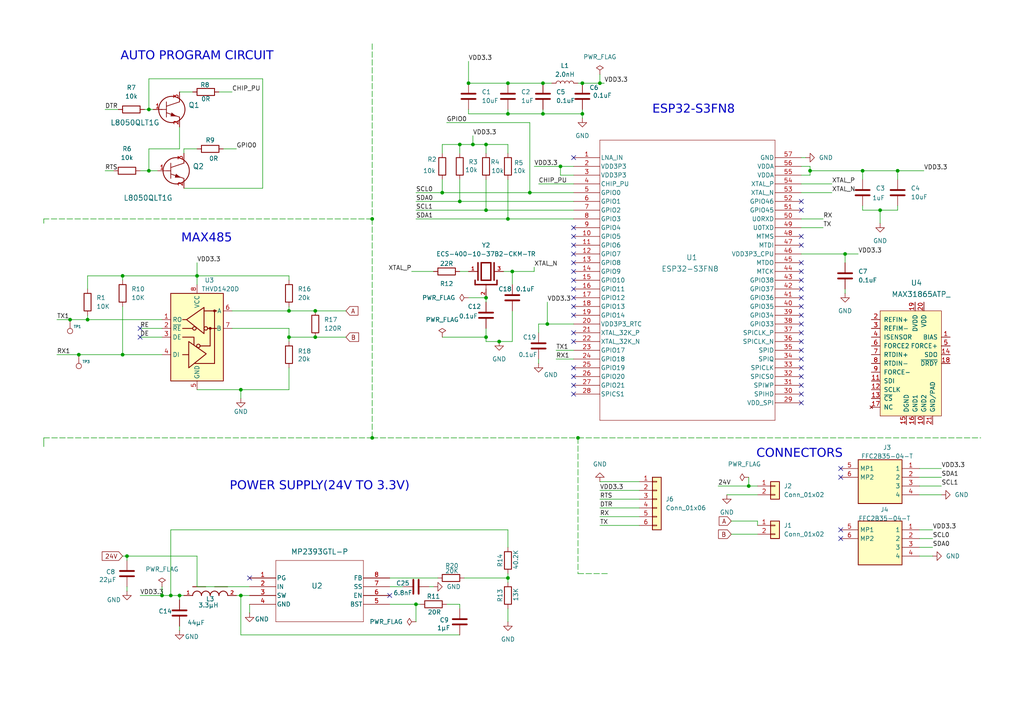
<source format=kicad_sch>
(kicad_sch (version 20231120) (generator "eeschema") (generator_version "8.0")
  (paper "A4")
  (lib_symbols
    (symbol "2 PIN SOLDERING PAD:Conn_01x06" (pin_names (offset 1.016) hide)
      (property "Reference" "J" (at 0 7.62 0))
      (property "Value" "Conn_01x06" (at 0 -10.16 0))
      (symbol "Conn_01x06_1_1"
        (pin passive line (at -5.08 5.08 0) (length 3.81) (name "Pin_1") (number "1"))
        (pin passive line (at -5.08 2.54 0) (length 3.81) (name "Pin_2") (number "2"))
        (pin passive line (at -5.08 0 0) (length 3.81) (name "Pin_3") (number "3"))
        (pin passive line (at -5.08 -2.54 0) (length 3.81) (name "Pin_4") (number "4"))
        (pin passive line (at -5.08 -5.08 0) (length 3.81) (name "Pin_5") (number "5"))
        (pin passive line (at -5.08 -7.62 0) (length 3.81) (name "Pin_6") (number "6"))
      )
    )
    (symbol "Connector:TestPoint" (pin_numbers hide) (pin_names (offset 0.762) hide)
      (property "Reference" "TP" (at 0 6.858 0))
      (property "Value" "TestPoint" (at 0 5.08 0))
      (symbol "TestPoint_1_1"
        (pin passive line (at 0 0 90) (length 2.54) (name "1") (number "1"))
      )
    )
    (symbol "Connector_Generic:Conn_01x02" (pin_names (offset 1.016) hide)
      (property "Reference" "J" (at 0 2.54 0))
      (property "Value" "Conn_01x02" (at 0 -5.08 0))
      (symbol "Conn_01x02_1_1"
        (pin passive line (at -5.08 0 0) (length 3.81) (name "Pin_1") (number "1"))
        (pin passive line (at -5.08 -2.54 0) (length 3.81) (name "Pin_2") (number "2"))
      )
    )
    (symbol "Device:C" (pin_numbers hide) (pin_names (offset 0.254))
      (property "Reference" "C" (at 0.635 2.54 0))
      (property "Value" "C" (at 0.635 -2.54 0))
      (symbol "C_1_1"
        (pin passive line (at 0 3.81 270) (length 2.794) (name "~") (number "1"))
        (pin passive line (at 0 -3.81 90) (length 2.794) (name "~") (number "2"))
      )
    )
    (symbol "Device:L" (pin_numbers hide) (pin_names (offset 1.016) hide)
      (property "Reference" "L" (at -1.27 0 90))
      (property "Value" "L" (at 1.905 0 90))
      (symbol "L_1_1"
        (pin passive line (at 0 3.81 270) (length 1.27) (name "1") (number "1"))
        (pin passive line (at 0 -3.81 90) (length 1.27) (name "2") (number "2"))
      )
    )
    (symbol "Device:R" (pin_numbers hide) (pin_names (offset 0))
      (property "Reference" "R" (at 2.032 0 90))
      (property "Value" "R" (at 0 0 90))
      (symbol "R_1_1"
        (pin passive line (at 0 3.81 270) (length 1.27) (name "~") (number "1"))
        (pin passive line (at 0 -3.81 90) (length 1.27) (name "~") (number "2"))
      )
    )
    (symbol "ECS-400-10-37B2-CKM-TR:ECS-400-10-37B2-CKM-TR" (pin_names (offset 1.016))
      (property "Reference" "Y" (at -5.0878 6.3559 0))
      (property "Value" "ECS-400-10-37B2-CKM-TR" (at -5.0944 3.7956 0))
      (symbol "ECS-400-10-37B2-CKM-TR_0_0"
        (pin passive line (at -5.08 0 0) (length 2.54) (name "~") (number "1"))
        (pin power_in line (at 0 -7.62 90) (length 2.54) (name "~") (number "2"))
        (pin passive line (at 5.08 0 180) (length 2.54) (name "~") (number "3"))
      )
    )
    (symbol "ESP32-S3FN8:ESP32-S3FN8" (pin_names (offset 0.254))
      (property "Reference" "U" (at 33.02 10.16 0))
      (property "Value" "ESP32-S3FN8" (at 33.02 7.62 0))
      (symbol "ESP32-S3FN8_0_1"
        (pin bidirectional line (at 0 0 0) (length 7.62) (name "LNA_IN") (number "1"))
        (pin bidirectional line (at 0 -22.86 0) (length 7.62) (name "GPIO5") (number "10"))
        (pin bidirectional line (at 0 -25.4 0) (length 7.62) (name "GPIO6") (number "11"))
        (pin bidirectional line (at 0 -27.94 0) (length 7.62) (name "GPIO7") (number "12"))
        (pin bidirectional line (at 0 -30.48 0) (length 7.62) (name "GPIO8") (number "13"))
        (pin bidirectional line (at 0 -33.02 0) (length 7.62) (name "GPIO9") (number "14"))
        (pin bidirectional line (at 0 -35.56 0) (length 7.62) (name "GPIO10") (number "15"))
        (pin bidirectional line (at 0 -38.1 0) (length 7.62) (name "GPIO11") (number "16"))
        (pin bidirectional line (at 0 -40.64 0) (length 7.62) (name "GPIO12") (number "17"))
        (pin bidirectional line (at 0 -43.18 0) (length 7.62) (name "GPIO13") (number "18"))
        (pin bidirectional line (at 0 -45.72 0) (length 7.62) (name "GPIO14") (number "19"))
        (pin power_in line (at 0 -2.54 0) (length 7.62) (name "VDD3P3") (number "2"))
        (pin power_in line (at 0 -48.26 0) (length 7.62) (name "VDD3P3_RTC") (number "20"))
        (pin bidirectional line (at 0 -50.8 0) (length 7.62) (name "XTAL_32K_P") (number "21"))
        (pin bidirectional line (at 0 -53.34 0) (length 7.62) (name "XTAL_32K_N") (number "22"))
        (pin bidirectional line (at 0 -55.88 0) (length 7.62) (name "GPIO17") (number "23"))
        (pin bidirectional line (at 0 -58.42 0) (length 7.62) (name "GPIO18") (number "24"))
        (pin bidirectional line (at 0 -60.96 0) (length 7.62) (name "GPIO19") (number "25"))
        (pin bidirectional line (at 0 -63.5 0) (length 7.62) (name "GPIO20") (number "26"))
        (pin bidirectional line (at 0 -66.04 0) (length 7.62) (name "GPIO21") (number "27"))
        (pin bidirectional line (at 0 -68.58 0) (length 7.62) (name "SPICS1") (number "28"))
        (pin power_in line (at 66.04 -71.12 180) (length 7.62) (name "VDD_SPI") (number "29"))
        (pin power_in line (at 0 -5.08 0) (length 7.62) (name "VDD3P3") (number "3"))
        (pin bidirectional line (at 66.04 -68.58 180) (length 7.62) (name "SPIHD") (number "30"))
        (pin bidirectional line (at 66.04 -66.04 180) (length 7.62) (name "SPIWP") (number "31"))
        (pin bidirectional line (at 66.04 -63.5 180) (length 7.62) (name "SPICS0") (number "32"))
        (pin bidirectional line (at 66.04 -60.96 180) (length 7.62) (name "SPICLK") (number "33"))
        (pin bidirectional line (at 66.04 -58.42 180) (length 7.62) (name "SPIQ") (number "34"))
        (pin bidirectional line (at 66.04 -55.88 180) (length 7.62) (name "SPID") (number "35"))
        (pin bidirectional line (at 66.04 -53.34 180) (length 7.62) (name "SPICLK_N") (number "36"))
        (pin bidirectional line (at 66.04 -50.8 180) (length 7.62) (name "SPICLK_P") (number "37"))
        (pin bidirectional line (at 66.04 -48.26 180) (length 7.62) (name "GPIO33") (number "38"))
        (pin bidirectional line (at 66.04 -45.72 180) (length 7.62) (name "GPIO34") (number "39"))
        (pin input line (at 0 -7.62 0) (length 7.62) (name "CHIP_PU") (number "4"))
        (pin bidirectional line (at 66.04 -43.18 180) (length 7.62) (name "GPIO35") (number "40"))
        (pin bidirectional line (at 66.04 -40.64 180) (length 7.62) (name "GPIO36") (number "41"))
        (pin bidirectional line (at 66.04 -38.1 180) (length 7.62) (name "GPIO37") (number "42"))
        (pin bidirectional line (at 66.04 -35.56 180) (length 7.62) (name "GPIO38") (number "43"))
        (pin bidirectional line (at 66.04 -33.02 180) (length 7.62) (name "MTCK") (number "44"))
        (pin bidirectional line (at 66.04 -30.48 180) (length 7.62) (name "MTDO") (number "45"))
        (pin power_in line (at 66.04 -27.94 180) (length 7.62) (name "VDD3P3_CPU") (number "46"))
        (pin bidirectional line (at 66.04 -25.4 180) (length 7.62) (name "MTDI") (number "47"))
        (pin bidirectional line (at 66.04 -22.86 180) (length 7.62) (name "MTMS") (number "48"))
        (pin bidirectional line (at 66.04 -20.32 180) (length 7.62) (name "U0TXD") (number "49"))
        (pin bidirectional line (at 0 -10.16 0) (length 7.62) (name "GPIO0") (number "5"))
        (pin bidirectional line (at 66.04 -17.78 180) (length 7.62) (name "U0RXD") (number "50"))
        (pin bidirectional line (at 66.04 -15.24 180) (length 7.62) (name "GPIO45") (number "51"))
        (pin bidirectional line (at 66.04 -12.7 180) (length 7.62) (name "GPIO46") (number "52"))
        (pin output line (at 66.04 -10.16 180) (length 7.62) (name "XTAL_N") (number "53"))
        (pin input line (at 66.04 -7.62 180) (length 7.62) (name "XTAL_P") (number "54"))
        (pin power_in line (at 66.04 -5.08 180) (length 7.62) (name "VDDA") (number "55"))
        (pin power_in line (at 66.04 -2.54 180) (length 7.62) (name "VDDA") (number "56"))
        (pin power_out line (at 66.04 0 180) (length 7.62) (name "GND") (number "57"))
        (pin bidirectional line (at 0 -12.7 0) (length 7.62) (name "GPIO1") (number "6"))
        (pin bidirectional line (at 0 -15.24 0) (length 7.62) (name "GPIO2") (number "7"))
        (pin bidirectional line (at 0 -17.78 0) (length 7.62) (name "GPIO3") (number "8"))
        (pin bidirectional line (at 0 -20.32 0) (length 7.62) (name "GPIO4") (number "9"))
      )
    )
    (symbol "FFC2B35-04-T:FFC2B35-04-T"
      (property "Reference" "J" (at 19.05 7.62 0))
      (property "Value" "FFC2B35-04-T" (at 19.05 5.08 0))
      (symbol "FFC2B35-04-T_1_1"
        (pin passive line (at 22.86 0 180) (length 5.08) (name "1") (number "1"))
        (pin passive line (at 22.86 -2.54 180) (length 5.08) (name "2") (number "2"))
        (pin passive line (at 22.86 -5.08 180) (length 5.08) (name "3") (number "3"))
        (pin passive line (at 22.86 -7.62 180) (length 5.08) (name "4") (number "4"))
        (pin passive line (at 0 0 0) (length 5.08) (name "MP1") (number "5"))
        (pin passive line (at 0 -2.54 0) (length 5.08) (name "MP2") (number "6"))
      )
    )
    (symbol "Interface_UART:THVD1420D"
      (property "Reference" "U" (at -6.096 11.43 0))
      (property "Value" "THVD1420D" (at 0.762 11.43 0))
      (symbol "THVD1420D_1_1"
        (pin output line (at -10.16 5.08 0) (length 2.54) (name "RO") (number "1"))
        (pin input line (at -10.16 2.54 0) (length 2.54) (name "~{RE}") (number "2"))
        (pin input line (at -10.16 0 0) (length 2.54) (name "DE") (number "3"))
        (pin input line (at -10.16 -5.08 0) (length 2.54) (name "DI") (number "4"))
        (pin power_in line (at 0 -15.24 90) (length 2.54) (name "GND") (number "5"))
        (pin bidirectional line (at 10.16 7.62 180) (length 2.54) (name "A") (number "6"))
        (pin bidirectional line (at 10.16 2.54 180) (length 2.54) (name "B") (number "7"))
        (pin power_in line (at 0 15.24 270) (length 2.54) (name "VCC") (number "8"))
      )
    )
    (symbol "L8050QLT1G:L8050QLT1G" (pin_names (offset 0.254))
      (property "Reference" "Q" (at 10.16 2.54 0))
      (property "Value" "L8050QLT1G" (at 10.16 -2.54 0))
      (symbol "L8050QLT1G_1_1"
        (pin input line (at 0 0 0) (length 2.54) (name "") (number "1"))
        (pin bidirectional line (at 7.62 -5.08 90) (length 2.54) (name "") (number "2"))
        (pin output line (at 7.62 5.08 270) (length 2.54) (name "") (number "3"))
      )
    )
    (symbol "MP2393:MP2393GTL-P" (pin_names (offset 0.254))
      (property "Reference" "U" (at 20.32 10.16 0))
      (property "Value" "MP2393GTL-P" (at 20.32 7.62 0))
      (symbol "MP2393GTL-P_0_1"
        (pin output line (at 0 0 0) (length 7.62) (name "PG") (number "1"))
        (pin power_in line (at 0 -2.54 0) (length 7.62) (name "IN") (number "2"))
        (pin output line (at 0 -5.08 0) (length 7.62) (name "SW") (number "3"))
        (pin power_in line (at 0 -7.62 0) (length 7.62) (name "GND") (number "4"))
        (pin power_in line (at 40.64 -7.62 180) (length 7.62) (name "BST") (number "5"))
        (pin unspecified line (at 40.64 -5.08 180) (length 7.62) (name "EN") (number "6"))
        (pin unspecified line (at 40.64 -2.54 180) (length 7.62) (name "SS") (number "7"))
        (pin unspecified line (at 40.64 0 180) (length 7.62) (name "FB") (number "8"))
      )
    )
    (symbol "WE-HCI_7050:WE-HCI_7050" (pin_names (offset 1.016))
      (property "Reference" "L" (at -0.06 3.81 0))
      (property "Value" "WE-HCI_7050" (at -2.7 -2.8 0))
      (symbol "WE-HCI_7050_0_0"
        (pin passive line (at -7.62 0 0) (length 2.54) (name "~") (number "1"))
        (pin passive line (at 7.62 0 180) (length 2.54) (name "~") (number "2"))
      )
    )
    (symbol "dk_PMIC-Thermal-Management:MAX31865ATP_" (pin_names (offset 1.016))
      (property "Reference" "U" (at -7.62 6.35 0))
      (property "Value" "MAX31865ATP_" (at 10.16 5.08 0))
      (symbol "MAX31865ATP__1_1"
        (pin output line (at 10.16 -2.54 180) (length 2.54) (name "BIAS") (number "1"))
        (pin power_in line (at 2.54 -27.94 90) (length 2.54) (name "GND2") (number "10"))
        (pin input line (at -12.7 -15.24 0) (length 2.54) (name "SDI") (number "11"))
        (pin input line (at -12.7 -17.78 0) (length 2.54) (name "SCLK") (number "12"))
        (pin input line (at -12.7 -20.32 0) (length 2.54) (name "~{CS}") (number "13"))
        (pin output line (at 10.16 -7.62 180) (length 2.54) (name "SDO") (number "14"))
        (pin power_in line (at -2.54 -27.94 90) (length 2.54) (name "DGND") (number "15"))
        (pin power_in line (at 0 -27.94 90) (length 2.54) (name "GND1") (number "16"))
        (pin no_connect line (at -12.7 -22.86 0) (length 2.54) (name "NC") (number "17"))
        (pin output line (at 10.16 -10.16 180) (length 2.54) (name "~{DRDY}") (number "18"))
        (pin power_in line (at 0 7.62 270) (length 2.54) (name "DVDD") (number "19"))
        (pin input line (at -12.7 2.54 0) (length 2.54) (name "REFIN+") (number "2"))
        (pin power_in line (at 2.54 7.62 270) (length 2.54) (name "VDD") (number "20"))
        (pin power_in line (at 5.08 -27.94 90) (length 2.54) (name "GND/PAD") (number "21"))
        (pin input line (at -12.7 0 0) (length 2.54) (name "REFIM-") (number "3"))
        (pin input line (at -12.7 -2.54 0) (length 2.54) (name "ISENSOR") (number "4"))
        (pin output line (at 10.16 -5.08 180) (length 2.54) (name "FORCE+") (number "5"))
        (pin input line (at -12.7 -5.08 0) (length 2.54) (name "FORCE2") (number "6"))
        (pin input line (at -12.7 -7.62 0) (length 2.54) (name "RTDIN+") (number "7"))
        (pin input line (at -12.7 -10.16 0) (length 2.54) (name "RTDIN-") (number "8"))
        (pin input line (at -12.7 -12.7 0) (length 2.54) (name "FORCE-") (number "9"))
      )
    )
    (symbol "power:GND" (power) (pin_numbers hide) (pin_names (offset 0) hide)
      (property "Value" "GND" (at 0 -3.81 0))
      (symbol "GND_1_1"
        (pin power_in line (at 0 0 270) (length 0) (name "~") (number "1"))
      )
    )
    (symbol "power:PWR_FLAG" (power) (pin_numbers hide) (pin_names (offset 0) hide)
      (property "Value" "PWR_FLAG" (at 0 3.81 0))
      (symbol "PWR_FLAG_0_0"
        (pin power_out line (at 0 0 90) (length 0) (name "~") (number "1"))
      )
    )
  )
  (junction (at 52.07 172.72))
  (junction (at 107.95 127))
  (junction (at 20.32 92.71))
  (junction (at 217.17 140.97))
  (junction (at 35.56 80.01))
  (junction (at 69.85 113.03))
  (junction (at 250.19 49.53))
  (junction (at 144.78 99.06))
  (junction (at 140.97 97.79))
  (junction (at 43.18 49.53))
  (junction (at 91.44 90.17))
  (junction (at 245.11 73.66))
  (junction (at 140.97 41.91))
  (junction (at 147.32 33.02))
  (junction (at 57.15 80.01))
  (junction (at 140.97 86.36))
  (junction (at 128.27 55.88))
  (junction (at 35.56 102.87))
  (junction (at 147.32 63.5))
  (junction (at 83.82 90.17))
  (junction (at 173.99 24.13))
  (junction (at 46.99 172.72))
  (junction (at 162.56 48.26))
  (junction (at 157.48 33.02))
  (junction (at 255.27 60.96))
  (junction (at 168.91 33.02))
  (junction (at 260.35 49.53))
  (junction (at 140.97 60.96))
  (junction (at 135.89 24.13))
  (junction (at 148.59 78.74))
  (junction (at 153.67 55.88))
  (junction (at 234.95 49.53))
  (junction (at 133.35 58.42))
  (junction (at 133.35 41.91))
  (junction (at 83.82 97.79))
  (junction (at 22.86 102.87))
  (junction (at 137.16 41.91))
  (junction (at 43.18 31.75))
  (junction (at 168.91 24.13))
  (junction (at 157.48 24.13))
  (junction (at 167.64 127))
  (junction (at 25.4 92.71))
  (junction (at 147.32 167.64))
  (junction (at 49.53 172.72))
  (junction (at 158.75 93.98))
  (junction (at 69.85 172.72))
  (junction (at 147.32 24.13))
  (junction (at 120.65 175.26))
  (junction (at 107.95 63.5))
  (junction (at 91.44 97.79))
  (junction (at 36.83 161.29))
  (no_connect (at 166.37 88.9))
  (no_connect (at 232.41 104.14))
  (no_connect (at 166.37 99.06))
  (no_connect (at 166.37 68.58))
  (no_connect (at 166.37 114.3))
  (no_connect (at 232.41 101.6))
  (no_connect (at 232.41 109.22))
  (no_connect (at 232.41 106.68))
  (no_connect (at 40.64 95.25))
  (no_connect (at 232.41 60.96))
  (no_connect (at 166.37 45.72))
  (no_connect (at 166.37 109.22))
  (no_connect (at 232.41 81.28))
  (no_connect (at 166.37 71.12))
  (no_connect (at 166.37 73.66))
  (no_connect (at 243.84 138.43))
  (no_connect (at 232.41 99.06))
  (no_connect (at 232.41 58.42))
  (no_connect (at 232.41 88.9))
  (no_connect (at 243.84 153.67))
  (no_connect (at 232.41 78.74))
  (no_connect (at 40.64 97.79))
  (no_connect (at 113.03 172.72))
  (no_connect (at 166.37 96.52))
  (no_connect (at 232.41 114.3))
  (no_connect (at 166.37 66.04))
  (no_connect (at 232.41 93.98))
  (no_connect (at 166.37 86.36))
  (no_connect (at 232.41 116.84))
  (no_connect (at 166.37 91.44))
  (no_connect (at 232.41 91.44))
  (no_connect (at 243.84 135.89))
  (no_connect (at 166.37 111.76))
  (no_connect (at 166.37 76.2))
  (no_connect (at 232.41 68.58))
  (no_connect (at 232.41 76.2))
  (no_connect (at 166.37 83.82))
  (no_connect (at 232.41 83.82))
  (no_connect (at 166.37 78.74))
  (no_connect (at 166.37 106.68))
  (no_connect (at 232.41 71.12))
  (no_connect (at 72.39 167.64))
  (no_connect (at 232.41 111.76))
  (no_connect (at 232.41 96.52))
  (no_connect (at 232.41 86.36))
  (no_connect (at 243.84 156.21))
  (no_connect (at 166.37 81.28))
  (wire (pts (xy 16.51 102.87) (xy 22.86 102.87)))
  (wire (pts (xy 232.41 73.66) (xy 245.11 73.66)))
  (wire (pts (xy 30.48 31.75) (xy 34.29 31.75)))
  (wire (pts (xy 250.19 59.69) (xy 250.19 60.96)))
  (wire (pts (xy 147.32 52.07) (xy 147.32 63.5)))
  (wire (pts (xy 83.82 97.79) (xy 91.44 97.79)))
  (wire (pts (xy 133.35 52.07) (xy 133.35 58.42)))
  (wire (pts (xy 20.32 92.71) (xy 25.4 92.71)))
  (wire (pts (xy 167.64 24.13) (xy 168.91 24.13)))
  (wire (pts (xy 250.19 60.96) (xy 255.27 60.96)))
  (wire (pts (xy 232.41 45.72) (xy 233.68 45.72)))
  (wire (pts (xy 113.03 170.18) (xy 116.84 170.18)))
  (wire (pts (xy 147.32 31.75) (xy 147.32 33.02)))
  (wire (pts (xy 49.53 153.67) (xy 147.32 153.67)))
  (wire (pts (xy 146.05 78.74) (xy 148.59 78.74)))
  (wire (pts (xy 133.35 41.91) (xy 137.16 41.91)))
  (wire (pts (xy 36.83 170.18) (xy 36.83 171.45)))
  (wire (pts (xy 140.97 41.91) (xy 147.32 41.91)))
  (wire (pts (xy 245.11 83.82) (xy 245.11 85.09)))
  (wire (pts (xy 135.89 86.36) (xy 140.97 86.36)))
  (wire (pts (xy 107.95 63.5) (xy 107.95 127)) (stroke (width 0) (type dash)))
  (wire (pts (xy 83.82 113.03) (xy 69.85 113.03)))
  (wire (pts (xy 129.54 175.26) (xy 133.35 175.26)))
  (wire (pts (xy 266.7 156.21) (xy 270.51 156.21)))
  (wire (pts (xy 67.31 90.17) (xy 83.82 90.17)))
  (wire (pts (xy 120.65 63.5) (xy 147.32 63.5)))
  (wire (pts (xy 147.32 24.13) (xy 157.48 24.13)))
  (wire (pts (xy 129.54 35.56) (xy 153.67 35.56)))
  (wire (pts (xy 234.95 49.53) (xy 234.95 48.26)))
  (wire (pts (xy 140.97 52.07) (xy 140.97 60.96)))
  (wire (pts (xy 133.35 175.26) (xy 133.35 176.53)))
  (wire (pts (xy 128.27 44.45) (xy 128.27 41.91)))
  (wire (pts (xy 158.75 87.63) (xy 158.75 93.98)))
  (wire (pts (xy 67.31 95.25) (xy 83.82 95.25)))
  (wire (pts (xy 255.27 60.96) (xy 255.27 64.77)))
  (wire (pts (xy 167.64 166.37) (xy 176.53 166.37)) (stroke (width 0) (type dash)))
  (wire (pts (xy 52.07 26.67) (xy 55.88 26.67)))
  (wire (pts (xy 43.18 43.18) (xy 43.18 49.53)))
  (wire (pts (xy 69.85 172.72) (xy 72.39 172.72)))
  (wire (pts (xy 46.99 172.72) (xy 49.53 172.72)))
  (wire (pts (xy 35.56 161.29) (xy 36.83 161.29)))
  (wire (pts (xy 137.16 39.37) (xy 137.16 41.91)))
  (wire (pts (xy 168.91 34.29) (xy 168.91 33.02)))
  (wire (pts (xy 35.56 80.01) (xy 57.15 80.01)))
  (wire (pts (xy 40.64 172.72) (xy 46.99 172.72)))
  (wire (pts (xy 154.94 78.74) (xy 148.59 78.74)))
  (wire (pts (xy 68.58 172.72) (xy 69.85 172.72)))
  (wire (pts (xy 128.27 55.88) (xy 153.67 55.88)))
  (wire (pts (xy 120.65 55.88) (xy 128.27 55.88)))
  (wire (pts (xy 161.29 104.14) (xy 166.37 104.14)))
  (wire (pts (xy 83.82 80.01) (xy 57.15 80.01)))
  (wire (pts (xy 133.35 58.42) (xy 166.37 58.42)))
  (wire (pts (xy 232.41 63.5) (xy 238.76 63.5)))
  (wire (pts (xy 232.41 53.34) (xy 241.3 53.34)))
  (wire (pts (xy 266.7 153.67) (xy 270.51 153.67)))
  (wire (pts (xy 147.32 168.91) (xy 147.32 167.64)))
  (wire (pts (xy 43.18 49.53) (xy 45.72 49.53)))
  (wire (pts (xy 173.99 21.59) (xy 173.99 24.13)))
  (wire (pts (xy 36.83 162.56) (xy 36.83 161.29)))
  (wire (pts (xy 147.32 63.5) (xy 166.37 63.5)))
  (wire (pts (xy 72.39 177.8) (xy 72.39 175.26)))
  (wire (pts (xy 133.35 184.15) (xy 69.85 184.15)))
  (wire (pts (xy 53.34 43.18) (xy 53.34 44.45)))
  (wire (pts (xy 91.44 90.17) (xy 100.33 90.17)))
  (wire (pts (xy 128.27 52.07) (xy 128.27 55.88)))
  (wire (pts (xy 154.94 77.47) (xy 154.94 78.74)))
  (wire (pts (xy 43.18 22.86) (xy 43.18 31.75)))
  (wire (pts (xy 260.35 60.96) (xy 255.27 60.96)))
  (wire (pts (xy 135.89 31.75) (xy 135.89 33.02)))
  (wire (pts (xy 25.4 91.44) (xy 25.4 92.71)))
  (wire (pts (xy 52.07 172.72) (xy 53.34 172.72)))
  (wire (pts (xy 144.78 99.06) (xy 140.97 99.06)))
  (wire (pts (xy 156.21 104.14) (xy 156.21 105.41)))
  (wire (pts (xy 266.7 135.89) (xy 273.05 135.89)))
  (wire (pts (xy 83.82 97.79) (xy 83.82 95.25)))
  (wire (pts (xy 234.95 49.53) (xy 250.19 49.53)))
  (wire (pts (xy 76.2 54.61) (xy 76.2 22.86)))
  (wire (pts (xy 52.07 36.83) (xy 52.07 43.18)))
  (wire (pts (xy 140.97 60.96) (xy 166.37 60.96)))
  (wire (pts (xy 156.21 53.34) (xy 166.37 53.34)))
  (wire (pts (xy 135.89 24.13) (xy 147.32 24.13)))
  (wire (pts (xy 35.56 102.87) (xy 46.99 102.87)))
  (wire (pts (xy 173.99 147.32) (xy 185.42 147.32)))
  (wire (pts (xy 40.64 95.25) (xy 46.99 95.25)))
  (wire (pts (xy 135.89 17.78) (xy 135.89 24.13)))
  (wire (pts (xy 12.7 127) (xy 107.95 127)) (stroke (width 0) (type dash)))
  (wire (pts (xy 217.17 140.97) (xy 219.71 140.97)))
  (wire (pts (xy 208.28 140.97) (xy 217.17 140.97)))
  (wire (pts (xy 162.56 50.8) (xy 162.56 48.26)))
  (wire (pts (xy 120.65 175.26) (xy 120.65 180.34)))
  (wire (pts (xy 119.38 78.74) (xy 125.73 78.74)))
  (wire (pts (xy 35.56 88.9) (xy 35.56 102.87)))
  (wire (pts (xy 156.21 93.98) (xy 158.75 93.98)))
  (wire (pts (xy 67.31 26.67) (xy 63.5 26.67)))
  (wire (pts (xy 157.48 24.13) (xy 160.02 24.13)))
  (wire (pts (xy 120.65 175.26) (xy 121.92 175.26)))
  (wire (pts (xy 153.67 55.88) (xy 166.37 55.88)))
  (wire (pts (xy 134.62 167.64) (xy 147.32 167.64)))
  (wire (pts (xy 64.77 43.18) (xy 68.58 43.18)))
  (wire (pts (xy 210.82 143.51) (xy 219.71 143.51)))
  (wire (pts (xy 147.32 153.67) (xy 147.32 158.75)))
  (wire (pts (xy 250.19 49.53) (xy 260.35 49.53)))
  (wire (pts (xy 173.99 149.86) (xy 185.42 149.86)))
  (wire (pts (xy 157.48 31.75) (xy 157.48 33.02)))
  (wire (pts (xy 234.95 50.8) (xy 234.95 49.53)))
  (wire (pts (xy 212.09 154.94) (xy 219.71 154.94)))
  (wire (pts (xy 83.82 81.28) (xy 83.82 80.01)))
  (wire (pts (xy 212.09 151.13) (xy 219.71 151.13)))
  (wire (pts (xy 234.95 48.26) (xy 232.41 48.26)))
  (wire (pts (xy 245.11 73.66) (xy 248.92 73.66)))
  (wire (pts (xy 12.7 127) (xy 12.7 129.54)))
  (wire (pts (xy 35.56 80.01) (xy 35.56 81.28)))
  (wire (pts (xy 266.7 143.51) (xy 273.05 143.51)))
  (wire (pts (xy 49.53 172.72) (xy 52.07 172.72)))
  (wire (pts (xy 16.51 92.71) (xy 20.32 92.71)))
  (wire (pts (xy 113.03 175.26) (xy 120.65 175.26)))
  (wire (pts (xy 266.7 158.75) (xy 270.51 158.75)))
  (wire (pts (xy 69.85 113.03) (xy 57.15 113.03)))
  (wire (pts (xy 266.7 140.97) (xy 273.05 140.97)))
  (wire (pts (xy 83.82 90.17) (xy 91.44 90.17)))
  (wire (pts (xy 232.41 55.88) (xy 241.3 55.88)))
  (wire (pts (xy 168.91 31.75) (xy 168.91 33.02)))
  (wire (pts (xy 137.16 41.91) (xy 140.97 41.91)))
  (wire (pts (xy 69.85 172.72) (xy 69.85 184.15)))
  (wire (pts (xy 53.34 43.18) (xy 57.15 43.18)))
  (wire (pts (xy 41.91 31.75) (xy 43.18 31.75)))
  (wire (pts (xy 147.32 176.53) (xy 147.32 180.34)))
  (wire (pts (xy 153.67 35.56) (xy 153.67 55.88)))
  (wire (pts (xy 234.95 50.8) (xy 232.41 50.8)))
  (wire (pts (xy 147.32 33.02) (xy 157.48 33.02)))
  (wire (pts (xy 25.4 80.01) (xy 35.56 80.01)))
  (wire (pts (xy 57.15 76.2) (xy 57.15 80.01)))
  (wire (pts (xy 36.83 161.29) (xy 57.15 161.29)))
  (wire (pts (xy 140.97 97.79) (xy 140.97 95.25)))
  (wire (pts (xy 148.59 78.74) (xy 148.59 82.55)))
  (wire (pts (xy 140.97 41.91) (xy 140.97 44.45)))
  (wire (pts (xy 154.94 48.26) (xy 162.56 48.26)))
  (wire (pts (xy 173.99 24.13) (xy 175.26 24.13)))
  (wire (pts (xy 260.35 49.53) (xy 267.97 49.53)))
  (wire (pts (xy 133.35 78.74) (xy 135.89 78.74)))
  (wire (pts (xy 57.15 80.01) (xy 57.15 82.55)))
  (wire (pts (xy 83.82 97.79) (xy 83.82 99.06)))
  (wire (pts (xy 135.89 33.02) (xy 147.32 33.02)))
  (wire (pts (xy 22.86 102.87) (xy 35.56 102.87)))
  (wire (pts (xy 52.07 172.72) (xy 52.07 173.99)))
  (wire (pts (xy 148.59 99.06) (xy 144.78 99.06)))
  (wire (pts (xy 107.95 127) (xy 167.64 127)) (stroke (width 0) (type dash)))
  (wire (pts (xy 107.95 12.7) (xy 107.95 63.5)) (stroke (width 0) (type dash)))
  (wire (pts (xy 12.7 63.5) (xy 12.7 64.77)))
  (wire (pts (xy 167.64 127) (xy 167.64 166.37)) (stroke (width 0) (type dash)))
  (wire (pts (xy 140.97 86.36) (xy 140.97 87.63)))
  (wire (pts (xy 25.4 92.71) (xy 46.99 92.71)))
  (wire (pts (xy 57.15 170.18) (xy 72.39 170.18)))
  (wire (pts (xy 128.27 97.79) (xy 140.97 97.79)))
  (wire (pts (xy 25.4 83.82) (xy 25.4 80.01)))
  (wire (pts (xy 147.32 167.64) (xy 147.32 166.37)))
  (wire (pts (xy 173.99 139.7) (xy 185.42 139.7)))
  (wire (pts (xy 120.65 58.42) (xy 133.35 58.42)))
  (wire (pts (xy 113.03 167.64) (xy 127 167.64)))
  (wire (pts (xy 53.34 54.61) (xy 76.2 54.61)))
  (wire (pts (xy 217.17 138.43) (xy 217.17 140.97)))
  (wire (pts (xy 173.99 144.78) (xy 185.42 144.78)))
  (wire (pts (xy 49.53 153.67) (xy 49.53 172.72)))
  (wire (pts (xy 245.11 73.66) (xy 245.11 76.2)))
  (wire (pts (xy 157.48 33.02) (xy 168.91 33.02)))
  (wire (pts (xy 107.95 63.5) (xy 12.7 63.5)) (stroke (width 0) (type dash)))
  (wire (pts (xy 52.07 43.18) (xy 43.18 43.18)))
  (wire (pts (xy 266.7 138.43) (xy 273.05 138.43)))
  (wire (pts (xy 52.07 181.61) (xy 52.07 182.88)))
  (wire (pts (xy 76.2 22.86) (xy 43.18 22.86)))
  (wire (pts (xy 162.56 48.26) (xy 166.37 48.26)))
  (wire (pts (xy 148.59 90.17) (xy 148.59 99.06)))
  (wire (pts (xy 147.32 41.91) (xy 147.32 44.45)))
  (wire (pts (xy 40.64 49.53) (xy 43.18 49.53)))
  (wire (pts (xy 133.35 41.91) (xy 133.35 44.45)))
  (wire (pts (xy 43.18 31.75) (xy 44.45 31.75)))
  (wire (pts (xy 57.15 161.29) (xy 57.15 170.18)))
  (wire (pts (xy 260.35 59.69) (xy 260.35 60.96)))
  (wire (pts (xy 69.85 113.03) (xy 69.85 115.57)))
  (wire (pts (xy 173.99 152.4) (xy 185.42 152.4)))
  (wire (pts (xy 40.64 97.79) (xy 46.99 97.79)))
  (wire (pts (xy 158.75 93.98) (xy 166.37 93.98)))
  (wire (pts (xy 128.27 41.91) (xy 133.35 41.91)))
  (wire (pts (xy 124.46 170.18) (xy 125.73 170.18)))
  (wire (pts (xy 161.29 101.6) (xy 166.37 101.6)))
  (wire (pts (xy 250.19 49.53) (xy 250.19 52.07)))
  (wire (pts (xy 168.91 24.13) (xy 173.99 24.13)))
  (wire (pts (xy 167.64 127) (xy 284.48 127)) (stroke (width 0) (type dash)))
  (wire (pts (xy 120.65 60.96) (xy 140.97 60.96)))
  (wire (pts (xy 156.21 93.98) (xy 156.21 96.52)))
  (wire (pts (xy 46.99 170.18) (xy 46.99 172.72)))
  (wire (pts (xy 83.82 106.68) (xy 83.82 113.03)))
  (wire (pts (xy 173.99 142.24) (xy 185.42 142.24)))
  (wire (pts (xy 166.37 50.8) (xy 162.56 50.8)))
  (wire (pts (xy 140.97 99.06) (xy 140.97 97.79)))
  (wire (pts (xy 260.35 49.53) (xy 260.35 52.07)))
  (wire (pts (xy 266.7 161.29) (xy 270.51 161.29)))
  (wire (pts (xy 91.44 97.79) (xy 100.33 97.79)))
  (wire (pts (xy 219.71 151.13) (xy 219.71 152.4)))
  (wire (pts (xy 232.41 66.04) (xy 238.76 66.04)))
  (wire (pts (xy 83.82 88.9) (xy 83.82 90.17)))
  (wire (pts (xy 30.48 49.53) (xy 33.02 49.53)))
  (text "ESP32-S3FN8\n" (at 201.168 32.512 0) (effects (font (size 2.54 2.54))))
  (text "MAX485" (at 59.944 69.85 0) (effects (font (size 2.54 2.54))))
  (text "AUTO PROGRAM CIRCUIT" (at 57.15 17.018 0) (effects (font (size 2.54 2.54))))
  (text "CONNECTORS" (at 231.902 132.334 0) (effects (font (size 2.54 2.54))))
  (text "POWER SUPPLY(24V TO 3.3V)\n" (at 92.71 141.732 0) (effects (font (size 2.54 2.54))))
  (label "VDD3.3" (at 137.16 39.37 0))
  (label "VDD3.3" (at 40.64 172.72 0))
  (label "DTR" (at 173.99 147.32 0))
  (label "VDD3.3" (at 135.89 17.78 0))
  (label "RX" (at 173.99 149.86 0))
  (label "TX1" (at 16.51 92.71 0))
  (label "TX1" (at 161.29 101.6 0))
  (label "XTAL_N" (at 241.3 55.88 0))
  (label "RX1" (at 161.29 104.14 0))
  (label "VDD3.3" (at 273.05 135.89 0))
  (label "GPIO0" (at 68.58 43.18 0))
  (label "SCL1" (at 273.05 140.97 0))
  (label "SDA1" (at 120.65 63.5 0))
  (label "SCL0" (at 270.51 156.21 0))
  (label "RTS" (at 30.48 49.53 0))
  (label "RX" (at 238.76 63.5 0))
  (label "CHIP_PU" (at 156.21 53.34 0))
  (label "RE" (at 40.64 95.25 0))
  (label "CHIP_PU" (at 67.31 26.67 0))
  (label "SCL0" (at 120.65 55.88 0))
  (label "GPIO0" (at 129.54 35.56 0))
  (label "TX" (at 238.76 66.04 0))
  (label "TX" (at 173.99 152.4 0))
  (label "SCL1" (at 120.65 60.96 0))
  (label "XTAL_P" (at 119.38 78.74 180))
  (label "RTS" (at 173.99 144.78 0))
  (label "XTAL_P" (at 241.3 53.34 0))
  (label "VDD3.3" (at 154.94 48.26 0))
  (label "VDD3.3" (at 173.99 142.24 0))
  (label "VDD3.3" (at 158.75 87.63 0))
  (label "VDD3.3" (at 175.26 24.13 0))
  (label "VDD3.3" (at 270.51 153.67 0))
  (label "SDA1" (at 273.05 138.43 0))
  (label "VDD3.3" (at 248.92 73.66 0))
  (label "VDD3.3" (at 267.97 49.53 0))
  (label "DTR" (at 30.48 31.75 0))
  (label "XTAL_N" (at 154.94 77.47 0))
  (label "RX1" (at 16.51 102.87 0))
  (label "SDA0" (at 270.51 158.75 0))
  (label "VDD3.3" (at 57.15 76.2 0))
  (label "24V" (at 208.28 140.97 0))
  (label "SDA0" (at 120.65 58.42 0))
  (label "DE" (at 40.64 97.79 0))
  (global_label "A" (shape input) (at 100.33 90.17 0) (property "Intersheetrefs" "${INTERSHEET_REFS}" (effects (hide yes))))
  (global_label "24V" (shape input) (at 35.56 161.29 180) (property "Intersheetrefs" "${INTERSHEET_REFS}" (effects (hide yes))))
  (global_label "B" (shape input) (at 212.09 154.94 180) (property "Intersheetrefs" "${INTERSHEET_REFS}" (effects (hide yes))))
  (global_label "B" (shape input) (at 100.33 97.79 0) (property "Intersheetrefs" "${INTERSHEET_REFS}" (effects (hide yes))))
  (global_label "A" (shape input) (at 212.09 151.13 180) (property "Intersheetrefs" "${INTERSHEET_REFS}" (effects (hide yes))))
  (symbol (lib_id "Device:C") (at 133.35 180.34 0) (unit 1)
    (property "Reference" "C9" (at 127.508 179.832 0) (effects (justify left)))
    (property "Value" "1µF" (at 126.746 182.118 0) (effects (justify left)))
    (property "Footprint" "Capacitor_SMD:C_0201_0603Metric" (effects (hide yes)))
    (property "Description" "Unpolarized capacitor" (effects (hide yes)))
  )
  (symbol (lib_id "power:GND") (at 245.11 85.09 0) (unit 1)
    (property "Reference" "#PWR05" (effects (hide yes)))
    (property "Value" "GND" (at 245.11 90.17 0))
    (property "Description" "Power symbol creates a global label with name \"GND\" , ground" (effects (hide yes)))
  )
  (symbol (lib_id "L8050QLT1G:L8050QLT1G") (at 44.45 31.75 0) (unit 1)
    (property "Reference" "Q1" (at 54.61 30.4799 0) (effects (font (size 1.524 1.524)) (justify left)))
    (property "Value" "L8050QLT1G" (at 32.004 35.56 0) (effects (font (size 1.524 1.524)) (justify left)))
    (property "Footprint" "Package_TO_SOT_SMD:SC-59" (effects (hide yes)))
    (property "Datasheet" "L8050QLT1G" (effects (hide yes)))
  )
  (symbol (lib_id "WE-HCI_7050:WE-HCI_7050") (at 60.96 172.72 0) (unit 1)
    (property "Reference" "L3" (at 60.96 173.736 0))
    (property "Value" "3.3µH" (at 60.452 175.514 0))
    (property "Footprint" "HCI:WE-HCI_7050" (effects (hide yes)))
    (property "Description" "Inductor" (effects (hide yes)))
  )
  (symbol (lib_id "Device:R") (at 60.96 43.18 90) (unit 1)
    (property "Reference" "R9" (at 60.96 40.64 90))
    (property "Value" "0R" (at 61.976 45.974 90))
    (property "Footprint" "Resistor_SMD:R_0201_0603Metric" (effects (hide yes)))
    (property "Description" "Resistor" (effects (hide yes)))
  )
  (symbol (lib_id "power:GND") (at 210.82 143.51 0) (unit 1)
    (property "Reference" "#PWR01" (effects (hide yes)))
    (property "Value" "GND" (at 210.82 148.59 0))
    (property "Description" "Power symbol creates a global label with name \"GND\" , ground" (effects (hide yes)))
  )
  (symbol (lib_id "power:GND") (at 36.83 171.45 0) (unit 1)
    (property "Reference" "#PWR021" (effects (hide yes)))
    (property "Value" "GND" (at 33.02 173.99 0))
    (property "Description" "Power symbol creates a global label with name \"GND\" , ground" (effects (hide yes)))
  )
  (symbol (lib_id "ESP32-S3FN8:ESP32-S3FN8") (at 166.37 45.72 0) (unit 1)
    (property "Reference" "U1" (at 200.66 74.676 0) (effects (font (size 1.524 1.524))))
    (property "Value" "ESP32-S3FN8" (at 200.152 77.978 0) (effects (font (size 1.524 1.524))))
    (property "Footprint" "digikey-footprints:ESP32 S3FN8_7X7_EXP-" (effects (hide yes)))
    (property "Datasheet" "ESP32-S3FN8" (effects (hide yes)))
  )
  (symbol (lib_id "power:PWR_FLAG") (at 173.99 21.59 0) (unit 1)
    (property "Reference" "#FLG02" (effects (hide yes)))
    (property "Value" "PWR_FLAG" (at 173.99 16.51 0))
    (property "Description" "Special symbol for telling ERC where power comes from" (effects (hide yes)))
  )
  (symbol (lib_id "power:GND") (at 144.78 99.06 0) (unit 1)
    (property "Reference" "#PWR03" (effects (hide yes)))
    (property "Value" "GND" (at 144.78 104.14 0))
    (property "Description" "Power symbol creates a global label with name \"GND\" , ground" (effects (hide yes)))
  )
  (symbol (lib_id "Device:R") (at 83.82 102.87 0) (unit 1)
    (property "Reference" "R18" (at 86.36 101.854 0) (effects (justify left)))
    (property "Value" "20k" (at 86.36 104.1399 0) (effects (justify left)))
    (property "Footprint" "Resistor_SMD:R_0201_0603Metric" (effects (hide yes)))
    (property "Description" "Resistor" (effects (hide yes)))
  )
  (symbol (lib_id "Device:C") (at 245.11 80.01 0) (unit 1)
    (property "Reference" "C7" (at 248.92 78.7399 0) (effects (justify left)))
    (property "Value" "0.1uF" (at 248.92 81.2799 0) (effects (justify left)))
    (property "Footprint" "Capacitor_SMD:C_0201_0603Metric" (effects (hide yes)))
    (property "Description" "Unpolarized capacitor" (effects (hide yes)))
  )
  (symbol (lib_id "power:GND") (at 125.73 170.18 90) (unit 1)
    (property "Reference" "#PWR023" (effects (hide yes)))
    (property "Value" "GND" (at 129.54 170.1799 90) (effects (justify right)))
    (property "Description" "Power symbol creates a global label with name \"GND\" , ground" (effects (hide yes)))
  )
  (symbol (lib_id "Device:R") (at 147.32 172.72 180) (unit 1)
    (property "Reference" "R13" (at 145.034 172.72 90))
    (property "Value" "13K" (at 149.606 172.466 90))
    (property "Footprint" "Resistor_SMD:R_0201_0603Metric_Pad0.64x0.40mm_HandSolder" (effects (hide yes)))
    (property "Description" "Resistor" (effects (hide yes)))
  )
  (symbol (lib_id "Device:R") (at 36.83 49.53 90) (unit 1)
    (property "Reference" "R6" (at 36.83 43.18 90))
    (property "Value" "10k" (at 36.83 45.72 90))
    (property "Footprint" "Resistor_SMD:R_0201_0603Metric" (effects (hide yes)))
    (property "Description" "Resistor" (effects (hide yes)))
  )
  (symbol (lib_id "power:PWR_FLAG") (at 46.99 170.18 0) (unit 1)
    (property "Reference" "#FLG05" (effects (hide yes)))
    (property "Value" "PWR_FLAG" (at 46.99 165.1 0))
    (property "Description" "Special symbol for telling ERC where power comes from" (effects (hide yes)))
  )
  (symbol (lib_id "power:PWR_FLAG") (at 128.27 97.79 0) (unit 1)
    (property "Reference" "#FLG01" (effects (hide yes)))
    (property "Value" "PWR_FLAG" (at 128.27 92.71 0))
    (property "Description" "Special symbol for telling ERC where power comes from" (effects (hide yes)))
  )
  (symbol (lib_id "Device:R") (at 140.97 48.26 0) (unit 1)
    (property "Reference" "R4" (at 142.24 46.99 0) (effects (justify left)))
    (property "Value" "10k" (at 142.494 49.53 0) (effects (justify left)))
    (property "Footprint" "Resistor_SMD:R_0201_0603Metric" (effects (hide yes)))
    (property "Description" "Resistor" (effects (hide yes)))
  )
  (symbol (lib_id "Device:R") (at 128.27 48.26 0) (unit 1)
    (property "Reference" "R2" (at 123.952 46.228 0) (effects (justify left)))
    (property "Value" "10k" (at 122.682 49.53 0) (effects (justify left)))
    (property "Footprint" "Resistor_SMD:R_0201_0603Metric" (effects (hide yes)))
    (property "Description" "Resistor" (effects (hide yes)))
  )
  (symbol (lib_id "power:GND") (at 255.27 64.77 0) (unit 1)
    (property "Reference" "#PWR06" (effects (hide yes)))
    (property "Value" "GND" (at 255.27 69.85 0))
    (property "Description" "Power symbol creates a global label with name \"GND\" , ground" (effects (hide yes)))
  )
  (symbol (lib_id "L8050QLT1G:L8050QLT1G") (at 45.72 49.53 0) (unit 1)
    (property "Reference" "Q2" (at 55.88 48.2599 0) (effects (font (size 1.524 1.524)) (justify left)))
    (property "Value" "L8050QLT1G" (at 35.814 57.404 0) (effects (font (size 1.524 1.524)) (justify left)))
    (property "Footprint" "Package_TO_SOT_SMD:SC-59" (effects (hide yes)))
    (property "Datasheet" "L8050QLT1G" (effects (hide yes)))
  )
  (symbol (lib_id "Device:C") (at 52.07 177.8 0) (unit 1)
    (property "Reference" "C14" (at 45.974 177.292 0) (effects (justify left)))
    (property "Value" "44µF" (at 54.356 180.594 0) (effects (justify left)))
    (property "Footprint" "Capacitor_SMD:C_0805_2012Metric" (effects (hide yes)))
    (property "Description" "Unpolarized capacitor" (effects (hide yes)))
  )
  (symbol (lib_id "Device:R") (at 38.1 31.75 90) (unit 1)
    (property "Reference" "R7" (at 38.1 25.4 90))
    (property "Value" "10k" (at 38.1 27.94 90))
    (property "Footprint" "Resistor_SMD:R_0201_0603Metric" (effects (hide yes)))
    (property "Description" "Resistor" (effects (hide yes)))
  )
  (symbol (lib_id "ECS-400-10-37B2-CKM-TR:ECS-400-10-37B2-CKM-TR") (at 140.97 78.74 0) (unit 1)
    (property "Reference" "Y2" (at 140.97 71.12 0))
    (property "Value" "ECS-400-10-37B2-CKM-TR" (at 140.97 73.66 0))
    (property "Footprint" "digikey-footprints:XTAL_ECS-400-10-37B2-CKM-TR" (effects (hide yes)))
    (property "MAXIMUM_PACKAGE_HEIGHT" "0.5mm" (effects (hide yes)))
    (property "PARTREV" "2021" (effects (hide yes)))
    (property "MANUFACTURER" "ECS Inc." (effects (hide yes)))
    (property "SNAPEDA_PACKAGE_ID" "68288" (effects (hide yes)))
    (property "STANDARD" "Manufacturer Recommendations" (effects (hide yes)))
  )
  (symbol (lib_id "2 PIN SOLDERING PAD:Conn_01x06") (at 190.5 144.78 0) (unit 1)
    (property "Reference" "J6" (at 193.04 144.7799 0) (effects (justify left)))
    (property "Value" "Conn_01x06" (at 193.04 147.3199 0) (effects (justify left)))
    (property "Footprint" "Connector_JST:JST_ZH_B6B-ZR_1x06_P1.50mm_Vertical" (effects (hide yes)))
    (property "Description" "Generic connector, single row, 01x06, script generated (kicad-library-utils/schlib/autogen/connector/)" (effects (hide yes)))
  )
  (symbol (lib_id "Device:C") (at 120.65 170.18 90) (unit 1)
    (property "Reference" "C25" (at 116.84 169.164 90))
    (property "Value" "6.8nF" (at 116.84 171.958 90))
    (property "Footprint" "Capacitor_SMD:C_0603_1608Metric_Pad1.08x0.95mm_HandSolder" (effects (hide yes)))
    (property "Description" "Unpolarized capacitor" (effects (hide yes)))
  )
  (symbol (lib_id "Device:C") (at 135.89 27.94 0) (unit 1)
    (property "Reference" "C1" (at 139.7 26.6699 0) (effects (justify left)))
    (property "Value" "10uF" (at 139.7 29.2099 0) (effects (justify left)))
    (property "Footprint" "Capacitor_SMD:C_0201_0603Metric" (effects (hide yes)))
    (property "Description" "Unpolarized capacitor" (effects (hide yes)))
  )
  (symbol (lib_id "Device:C") (at 147.32 27.94 0) (unit 1)
    (property "Reference" "C2" (at 151.13 26.6699 0) (effects (justify left)))
    (property "Value" "1uF" (at 151.13 29.2099 0) (effects (justify left)))
    (property "Footprint" "Capacitor_SMD:C_0201_0603Metric" (effects (hide yes)))
    (property "Description" "Unpolarized capacitor" (effects (hide yes)))
  )
  (symbol (lib_id "Connector:TestPoint") (at 20.32 92.71 180) (unit 1)
    (property "Reference" "TP1" (at 21.336 94.742 0) (effects (font (size 0.762 0.762)) (justify right)))
    (property "Value" "TestPoint" (effects (hide yes)))
    (property "Footprint" "TestPoint:TestPoint_Pad_D1.0mm" (effects (hide yes)))
    (property "Description" "test point" (effects (hide yes)))
  )
  (symbol (lib_id "Device:R") (at 129.54 78.74 270) (unit 1)
    (property "Reference" "R12" (at 129.54 82.296 90))
    (property "Value" "22R" (at 129.54 76.454 90))
    (property "Footprint" "Resistor_SMD:R_0201_0603Metric" (effects (hide yes)))
    (property "Description" "Resistor" (effects (hide yes)))
  )
  (symbol (lib_id "power:GND") (at 72.39 177.8 0) (unit 1)
    (property "Reference" "#PWR07" (effects (hide yes)))
    (property "Value" "GND" (at 75.946 179.578 0))
    (property "Description" "Power symbol creates a global label with name \"GND\" , ground" (effects (hide yes)))
  )
  (symbol (lib_id "Device:R") (at 59.69 26.67 90) (unit 1)
    (property "Reference" "R8" (at 59.436 24.638 90))
    (property "Value" "0R" (at 59.69 28.702 90))
    (property "Footprint" "Resistor_SMD:R_0201_0603Metric" (effects (hide yes)))
    (property "Description" "Resistor" (effects (hide yes)))
  )
  (symbol (lib_id "Device:R") (at 147.32 162.56 180) (unit 1)
    (property "Reference" "R14" (at 145.034 162.56 90))
    (property "Value" "40.2K" (at 149.606 162.306 90))
    (property "Footprint" "Resistor_SMD:R_0201_0603Metric_Pad0.64x0.40mm_HandSolder" (effects (hide yes)))
    (property "Description" "Resistor" (effects (hide yes)))
  )
  (symbol (lib_id "power:PWR_FLAG") (at 217.17 138.43 90) (unit 1)
    (property "Reference" "#FLG04" (effects (hide yes)))
    (property "Value" "PWR_FLAG" (at 215.9 134.62 90))
    (property "Description" "Special symbol for telling ERC where power comes from" (effects (hide yes)))
  )
  (symbol (lib_id "power:GND") (at 273.05 143.51 90) (unit 1)
    (property "Reference" "#PWR09" (effects (hide yes)))
    (property "Value" "GND" (at 276.86 143.5099 90) (effects (justify right)))
    (property "Description" "Power symbol creates a global label with name \"GND\" , ground" (effects (hide yes)))
  )
  (symbol (lib_id "Device:R") (at 83.82 85.09 0) (unit 1)
    (property "Reference" "R16" (at 86.36 83.8199 0) (effects (justify left)))
    (property "Value" "20k" (at 86.36 86.3599 0) (effects (justify left)))
    (property "Footprint" "Resistor_SMD:R_0201_0603Metric" (effects (hide yes)))
    (property "Description" "Resistor" (effects (hide yes)))
  )
  (symbol (lib_id "power:GND") (at 147.32 180.34 0) (unit 1)
    (property "Reference" "#PWR024" (effects (hide yes)))
    (property "Value" "GND" (at 147.32 185.42 0))
    (property "Description" "Power symbol creates a global label with name \"GND\" , ground" (effects (hide yes)))
  )
  (symbol (lib_id "Device:C") (at 148.59 86.36 0) (unit 1)
    (property "Reference" "C18" (at 144.526 83.82 0) (effects (justify left)))
    (property "Value" "0.1uF" (at 149.606 83.82 0) (effects (justify left)))
    (property "Footprint" "Capacitor_SMD:C_0201_0603Metric" (effects (hide yes)))
    (property "Description" "Unpolarized capacitor" (effects (hide yes)))
  )
  (symbol (lib_id "power:GND") (at 52.07 182.88 0) (unit 1)
    (property "Reference" "#PWR022" (effects (hide yes)))
    (property "Value" "GND" (at 55.626 184.658 0))
    (property "Description" "Power symbol creates a global label with name \"GND\" , ground" (effects (hide yes)))
  )
  (symbol (lib_id "Device:R") (at 91.44 93.98 0) (unit 1)
    (property "Reference" "R17" (at 93.98 92.7099 0) (effects (justify left)))
    (property "Value" "120R" (at 93.98 95.2499 0) (effects (justify left)))
    (property "Footprint" "Resistor_SMD:R_0201_0603Metric" (effects (hide yes)))
    (property "Description" "Resistor" (effects (hide yes)))
  )
  (symbol (lib_id "Device:R") (at 25.4 87.63 0) (unit 1)
    (property "Reference" "R1" (at 27.94 86.3599 0) (effects (justify left)))
    (property "Value" "10K" (at 27.94 88.8999 0) (effects (justify left)))
    (property "Footprint" "Resistor_SMD:R_0201_0603Metric" (effects (hide yes)))
    (property "Description" "Resistor" (effects (hide yes)))
  )
  (symbol (lib_id "Device:R") (at 130.81 167.64 90) (unit 1)
    (property "Reference" "R20" (at 131.064 164.084 90))
    (property "Value" "20K" (at 131.064 165.608 90))
    (property "Footprint" "Resistor_SMD:R_0201_0603Metric_Pad0.64x0.40mm_HandSolder" (effects (hide yes)))
    (property "Description" "Resistor" (effects (hide yes)))
  )
  (symbol (lib_id "Connector:TestPoint") (at 22.86 102.87 180) (unit 1)
    (property "Reference" "TP3" (at 23.876 104.902 0) (effects (font (size 0.762 0.762)) (justify right)))
    (property "Value" "TestPoint" (effects (hide yes)))
    (property "Footprint" "TestPoint:TestPoint_Pad_D1.0mm" (effects (hide yes)))
    (property "Description" "test point" (effects (hide yes)))
  )
  (symbol (lib_id "power:GND") (at 270.51 161.29 90) (unit 1)
    (property "Reference" "#PWR018" (effects (hide yes)))
    (property "Value" "GND" (at 274.32 161.2899 90) (effects (justify right)))
    (property "Description" "Power symbol creates a global label with name \"GND\" , ground" (effects (hide yes)))
  )
  (symbol (lib_id "power:GND") (at 69.85 115.57 0) (unit 1)
    (property "Reference" "#PWR04" (effects (hide yes)))
    (property "Value" "GND" (at 69.85 119.38 0))
    (property "Description" "Power symbol creates a global label with name \"GND\" , ground" (effects (hide yes)))
  )
  (symbol (lib_id "Device:R") (at 133.35 48.26 0) (unit 1)
    (property "Reference" "R3" (at 135.89 46.9899 0) (effects (justify left)))
    (property "Value" "10k" (at 134.874 49.276 0) (effects (justify left)))
    (property "Footprint" "Resistor_SMD:R_0201_0603Metric" (effects (hide yes)))
    (property "Description" "Resistor" (effects (hide yes)))
  )
  (symbol (lib_id "Device:C") (at 36.83 166.37 0) (unit 1)
    (property "Reference" "C8" (at 30.734 165.862 0) (effects (justify left)))
    (property "Value" "22µF" (at 28.702 168.148 0) (effects (justify left)))
    (property "Footprint" "Capacitor_SMD:C_0805_2012Metric" (effects (hide yes)))
    (property "Description" "Unpolarized capacitor" (effects (hide yes)))
  )
  (symbol (lib_id "MP2393:MP2393GTL-P") (at 72.39 167.64 0) (unit 1)
    (property "Reference" "U2" (at 91.948 169.926 0) (effects (font (size 1.524 1.524))))
    (property "Value" "MP2393GTL-P" (at 92.71 160.02 0) (effects (font (size 1.524 1.524))))
    (property "Footprint" "footprints12:SOT583_MP2393" (effects (hide yes)))
    (property "Datasheet" "MP2393GTL-P" (effects (hide yes)))
  )
  (symbol (lib_id "power:PWR_FLAG") (at 135.89 86.36 90) (unit 1)
    (property "Reference" "#FLG06" (effects (hide yes)))
    (property "Value" "PWR_FLAG" (at 132.08 86.3599 90) (effects (justify left)))
    (property "Description" "Special symbol for telling ERC where power comes from" (effects (hide yes)))
  )
  (symbol (lib_id "FFC2B35-04-T:FFC2B35-04-T") (at 243.84 135.89 0) (unit 1)
    (property "Reference" "J3" (at 257.302 129.794 0))
    (property "Value" "FFC2B35-04-T" (at 257.302 132.334 0))
    (property "Footprint" "KiCad:FFC2B3504T" (effects (hide yes)))
    (property "Datasheet" "https://gct.co/files/drawings/ffc2b35.pdf?v=f4722156-e8ea-43ef-a9d0-8ab3faab610b" (effects (hide yes)))
    (property "Description" "FFC & FPC Connectors .5mm SideEntry Flat Flex Cbl Conn 4P Sn" (effects (hide yes)))
    (property "Height" "2.2" (effects (hide yes)))
    (property "Manufacturer_Name" "GCT (GLOBAL CONNECTOR TECHNOLOGY)" (effects (hide yes)))
    (property "Manufacturer_Part_Number" "FFC2B35-04-T" (effects (hide yes)))
  )
  (symbol (lib_id "Device:L") (at 163.83 24.13 90) (unit 1)
    (property "Reference" "L1" (at 163.83 19.05 90))
    (property "Value" "2.0nH" (at 163.83 21.59 90))
    (property "Footprint" "Inductor_SMD:L_0201_0603Metric" (effects (hide yes)))
    (property "Description" "Inductor" (effects (hide yes)))
  )
  (symbol (lib_id "Connector_Generic:Conn_01x02") (at 224.79 152.4 0) (unit 1)
    (property "Reference" "J1" (at 227.33 152.3999 0) (effects (justify left)))
    (property "Value" "Conn_01x02" (at 227.33 154.9399 0) (effects (justify left)))
    (property "Footprint" "Connector_Wire:SolderWire-0.5sqmm_1x02_P4.6mm_D0.9mm_OD2.1mm_Relief" (effects (hide yes)))
    (property "Description" "Generic connector, single row, 01x02, script generated (kicad-library-utils/schlib/autogen/connector/)" (effects (hide yes)))
  )
  (symbol (lib_id "power:GND") (at 168.91 34.29 0) (unit 1)
    (property "Reference" "#PWR02" (effects (hide yes)))
    (property "Value" "GND" (at 168.91 39.37 0))
    (property "Description" "Power symbol creates a global label with name \"GND\" , ground" (effects (hide yes)))
  )
  (symbol (lib_id "Device:C") (at 260.35 55.88 0) (unit 1)
    (property "Reference" "C4" (at 264.16 54.6099 0) (effects (justify left)))
    (property "Value" "10uF" (at 264.16 57.1499 0) (effects (justify left)))
    (property "Footprint" "Capacitor_SMD:C_0201_0603Metric" (effects (hide yes)))
    (property "Description" "Unpolarized capacitor" (effects (hide yes)))
  )
  (symbol (lib_id "Device:R") (at 35.56 85.09 0) (unit 1)
    (property "Reference" "R10" (at 38.1 83.8199 0) (effects (justify left)))
    (property "Value" "10K" (at 38.1 86.3599 0) (effects (justify left)))
    (property "Footprint" "Resistor_SMD:R_0201_0603Metric" (effects (hide yes)))
    (property "Description" "Resistor" (effects (hide yes)))
  )
  (symbol (lib_id "power:GND") (at 173.99 139.7 180) (unit 1)
    (property "Reference" "#PWR010" (effects (hide yes)))
    (property "Value" "GND" (at 173.99 134.62 0))
    (property "Description" "Power symbol creates a global label with name \"GND\" , ground" (effects (hide yes)))
  )
  (symbol (lib_id "Device:C") (at 157.48 27.94 0) (unit 1)
    (property "Reference" "C5" (at 161.29 26.6699 0) (effects (justify left)))
    (property "Value" "0.1uF" (at 161.29 29.2099 0) (effects (justify left)))
    (property "Footprint" "Capacitor_SMD:C_0201_0603Metric" (effects (hide yes)))
    (property "Description" "Unpolarized capacitor" (effects (hide yes)))
  )
  (symbol (lib_id "Device:R") (at 147.32 48.26 0) (unit 1)
    (property "Reference" "R5" (at 149.098 47.244 0) (effects (justify left)))
    (property "Value" "10k" (at 148.844 49.53 0) (effects (justify left)))
    (property "Footprint" "Resistor_SMD:R_0201_0603Metric" (effects (hide yes)))
    (property "Description" "Resistor" (effects (hide yes)))
  )
  (symbol (lib_id "FFC2B35-04-T:FFC2B35-04-T") (at 243.84 153.67 0) (unit 1)
    (property "Reference" "J4" (at 256.54 147.828 0))
    (property "Value" "FFC2B35-04-T" (at 256.54 150.368 0))
    (property "Footprint" "KiCad:FFC2B3504T" (effects (hide yes)))
    (property "Datasheet" "https://gct.co/files/drawings/ffc2b35.pdf?v=f4722156-e8ea-43ef-a9d0-8ab3faab610b" (effects (hide yes)))
    (property "Description" "FFC & FPC Connectors .5mm SideEntry Flat Flex Cbl Conn 4P Sn" (effects (hide yes)))
    (property "Height" "2.2" (effects (hide yes)))
    (property "Manufacturer_Name" "GCT (GLOBAL CONNECTOR TECHNOLOGY)" (effects (hide yes)))
    (property "Manufacturer_Part_Number" "FFC2B35-04-T" (effects (hide yes)))
  )
  (symbol (lib_id "Device:C") (at 168.91 27.94 0) (unit 1)
    (property "Reference" "C6" (at 170.942 25.4 0) (effects (justify left)))
    (property "Value" "0.1uF" (at 171.958 27.686 0) (effects (justify left)))
    (property "Footprint" "Capacitor_SMD:C_0201_0603Metric" (effects (hide yes)))
    (property "Description" "Unpolarized capacitor" (effects (hide yes)))
  )
  (symbol (lib_id "Device:C") (at 156.21 100.33 0) (unit 1)
    (property "Reference" "C19" (at 151.638 97.79 0) (effects (justify left)))
    (property "Value" "0.1uF" (at 150.368 102.87 0) (effects (justify left)))
    (property "Footprint" "Capacitor_SMD:C_0201_0603Metric" (effects (hide yes)))
    (property "Description" "Unpolarized capacitor" (effects (hide yes)))
  )
  (symbol (lib_id "Connector_Generic:Conn_01x02") (at 224.79 140.97 0) (unit 1)
    (property "Reference" "J2" (at 227.33 140.9699 0) (effects (justify left)))
    (property "Value" "Conn_01x02" (at 227.33 143.5099 0) (effects (justify left)))
    (property "Footprint" "Connector_Wire:SolderWire-0.5sqmm_1x02_P4.6mm_D0.9mm_OD2.1mm_Relief" (effects (hide yes)))
    (property "Description" "Generic connector, single row, 01x02, script generated (kicad-library-utils/schlib/autogen/connector/)" (effects (hide yes)))
  )
  (symbol (lib_id "Device:C") (at 140.97 91.44 0) (unit 1)
    (property "Reference" "C12" (at 135.636 88.9 0) (effects (justify left)))
    (property "Value" "0.1uF" (at 133.096 91.694 0) (effects (justify left)))
    (property "Footprint" "Capacitor_SMD:C_0201_0603Metric" (effects (hide yes)))
    (property "Description" "Unpolarized capacitor" (effects (hide yes)))
  )
  (symbol (lib_id "Device:C") (at 250.19 55.88 0) (unit 1)
    (property "Reference" "C3" (at 254 54.6099 0) (effects (justify left)))
    (property "Value" "1uF" (at 252.984 57.404 0) (effects (justify left)))
    (property "Footprint" "Capacitor_SMD:C_0201_0603Metric" (effects (hide yes)))
    (property "Description" "Unpolarized capacitor" (effects (hide yes)))
  )
  (symbol (lib_id "power:PWR_FLAG") (at 120.65 180.34 90) (unit 1)
    (property "Reference" "#FLG07" (effects (hide yes)))
    (property "Value" "PWR_FLAG" (at 116.84 180.3399 90) (effects (justify left)))
    (property "Description" "Special symbol for telling ERC where power comes from" (effects (hide yes)))
  )
  (symbol (lib_id "Interface_UART:THVD1420D") (at 57.15 97.79 0) (unit 1)
    (property "Reference" "U3" (at 59.3441 81.28 0) (effects (justify left)))
    (property "Value" "THVD1420D" (at 58.42 83.82 0) (effects (justify left)))
    (property "Footprint" "Package_SO:SOIC-8_3.9x4.9mm_P1.27mm" (effects (hide yes)))
    (property "Datasheet" "https://www.ti.com/lit/ds/symlink/thvd1420.pdf" (effects (hide yes)))
    (property "Description" "Half duplex RS-485/RS-422, 12 Mbps, 3V - 5.5V supply, ±12kV electro-static discharge (ESD) protection, with receiver/driver enable, 32 receiver drive capacity, SOIC-8" (effects (hide yes)))
  )
  (symbol (lib_id "dk_PMIC-Thermal-Management:MAX31865ATP_") (at 265.43 95.25 0) (unit 1)
    (property "Reference" "U4" (at 264.16 82.042 0) (effects (font (size 1.524 1.524)) (justify left)))
    (property "Value" "MAX31865ATP_" (at 258.572 85.344 0) (effects (font (size 1.524 1.524)) (justify left)))
    (property "Footprint" "digikey-footprints:TQFN-20-1EP_5x5mm" (effects (hide yes)))
    (property "Datasheet" "https://datasheets.maximintegrated.com/en/ds/MAX31865.pdf" (effects (hide yes)))
    (property "Description" "IC RTD TO DIGITAL CONVERT 20QFN" (effects (hide yes)))
    (property "Digi-Key_PN" "MAX31865ATP+-ND" (effects (hide yes)))
    (property "MPN" "MAX31865ATP+" (effects (hide yes)))
    (property "Category" "Integrated Circuits (ICs)" (effects (hide yes)))
    (property "Family" "PMIC - Thermal Management" (effects (hide yes)))
    (property "DK_Datasheet_Link" "https://datasheets.maximintegrated.com/en/ds/MAX31865.pdf" (effects (hide yes)))
    (property "DK_Detail_Page" "/product-detail/en/maxim-integrated/MAX31865ATP-/MAX31865ATP--ND/3681476" (effects (hide yes)))
    (property "Description_1" "IC RTD TO DIGITAL CONVERT 20QFN" (effects (hide yes)))
    (property "Manufacturer" "Maxim Integrated" (effects (hide yes)))
    (property "Status" "Active" (effects (hide yes)))
  )
  (symbol (lib_id "Device:R") (at 125.73 175.26 90) (unit 1)
    (property "Reference" "R11" (at 125.73 172.974 90))
    (property "Value" "20R" (at 125.984 177.546 90))
    (property "Footprint" "Resistor_SMD:R_0201_0603Metric_Pad0.64x0.40mm_HandSolder" (effects (hide yes)))
    (property "Description" "Resistor" (effects (hide yes)))
  )
  (symbol (lib_id "power:GND") (at 233.68 45.72 90) (unit 1)
    (property "Reference" "#PWR08" (effects (hide yes)))
    (property "Value" "GND" (at 237.49 45.7199 90) (effects (justify right)))
    (property "Description" "Power symbol creates a global label with name \"GND\" , ground" (effects (hide yes)))
  )
  (symbol (lib_id "power:GND") (at 156.21 105.41 0) (unit 1)
    (property "Reference" "#PWR016" (effects (hide yes)))
    (property "Value" "GND" (at 159.766 108.712 0))
    (property "Description" "Power symbol creates a global label with name \"GND\" , ground" (effects (hide yes)))
  )
)
</source>
